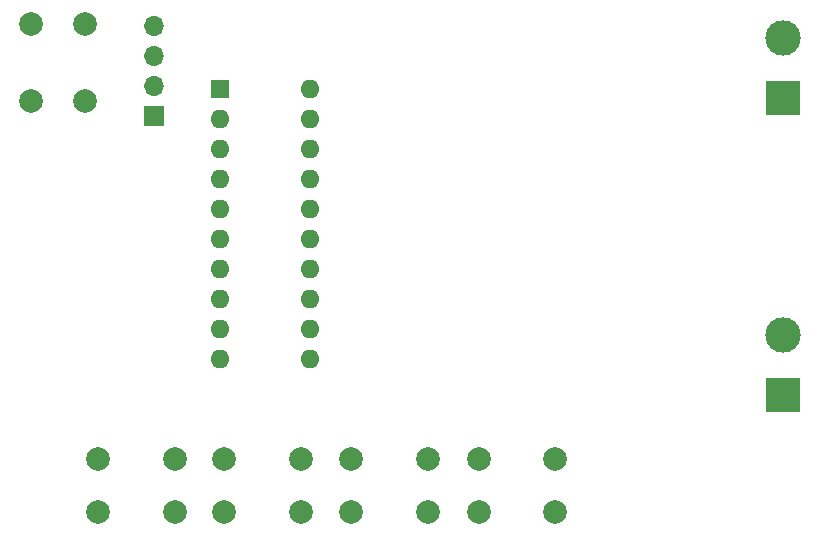
<source format=gbs>
G04 #@! TF.GenerationSoftware,KiCad,Pcbnew,7.0.7*
G04 #@! TF.CreationDate,2023-12-28T09:21:25+02:00*
G04 #@! TF.ProjectId,LED Dimmer,4c454420-4469-46d6-9d65-722e6b696361,rev?*
G04 #@! TF.SameCoordinates,Original*
G04 #@! TF.FileFunction,Soldermask,Bot*
G04 #@! TF.FilePolarity,Negative*
%FSLAX46Y46*%
G04 Gerber Fmt 4.6, Leading zero omitted, Abs format (unit mm)*
G04 Created by KiCad (PCBNEW 7.0.7) date 2023-12-28 09:21:25*
%MOMM*%
%LPD*%
G01*
G04 APERTURE LIST*
%ADD10R,3.000000X3.000000*%
%ADD11C,3.000000*%
%ADD12R,1.700000X1.700000*%
%ADD13O,1.700000X1.700000*%
%ADD14C,2.000000*%
%ADD15R,1.600000X1.600000*%
%ADD16O,1.600000X1.600000*%
G04 APERTURE END LIST*
D10*
X237190000Y-90874000D03*
D11*
X237190000Y-85794000D03*
D12*
X183896000Y-92456000D03*
D13*
X183896000Y-89916000D03*
X183896000Y-87376000D03*
X183896000Y-84836000D03*
D14*
X189842000Y-121484000D03*
X196342000Y-121484000D03*
X189842000Y-125984000D03*
X196342000Y-125984000D03*
X211380000Y-121448000D03*
X217880000Y-121448000D03*
X211380000Y-125948000D03*
X217880000Y-125948000D03*
X173518000Y-91134000D03*
X173518000Y-84634000D03*
X178018000Y-91134000D03*
X178018000Y-84634000D03*
X200562000Y-121448000D03*
X207062000Y-121448000D03*
X200562000Y-125948000D03*
X207062000Y-125948000D03*
X179174000Y-121448000D03*
X185674000Y-121448000D03*
X179174000Y-125948000D03*
X185674000Y-125948000D03*
D15*
X189494000Y-90175000D03*
D16*
X189494000Y-92715000D03*
X189494000Y-95255000D03*
X189494000Y-97795000D03*
X189494000Y-100335000D03*
X189494000Y-102875000D03*
X189494000Y-105415000D03*
X189494000Y-107955000D03*
X189494000Y-110495000D03*
X189494000Y-113035000D03*
X197114000Y-113035000D03*
X197114000Y-110495000D03*
X197114000Y-107955000D03*
X197114000Y-105415000D03*
X197114000Y-102875000D03*
X197114000Y-100335000D03*
X197114000Y-97795000D03*
X197114000Y-95255000D03*
X197114000Y-92715000D03*
X197114000Y-90175000D03*
D10*
X237190000Y-116020000D03*
D11*
X237190000Y-110940000D03*
M02*

</source>
